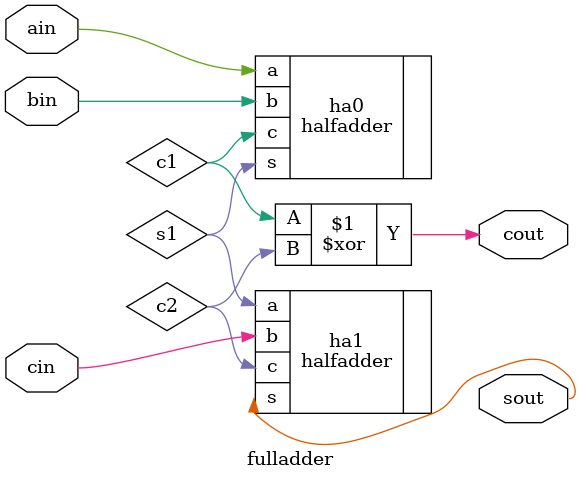
<source format=sv>
`timescale 1ns / 1ps


module fulladder(
    input ain,
    input bin,
    input cin,
    output cout,
    output sout
    );
    
    wire c1, c2, s1;
    
    halfadder ha0(
    .a(ain), .b(bin),
    .c(c1), .s(s1)
    );
    
    halfadder ha1(
    .a(s1), .b(cin),
    .c(c2), .s(sout)
    );
    
    assign cout = c1 ^ c2;
endmodule

</source>
